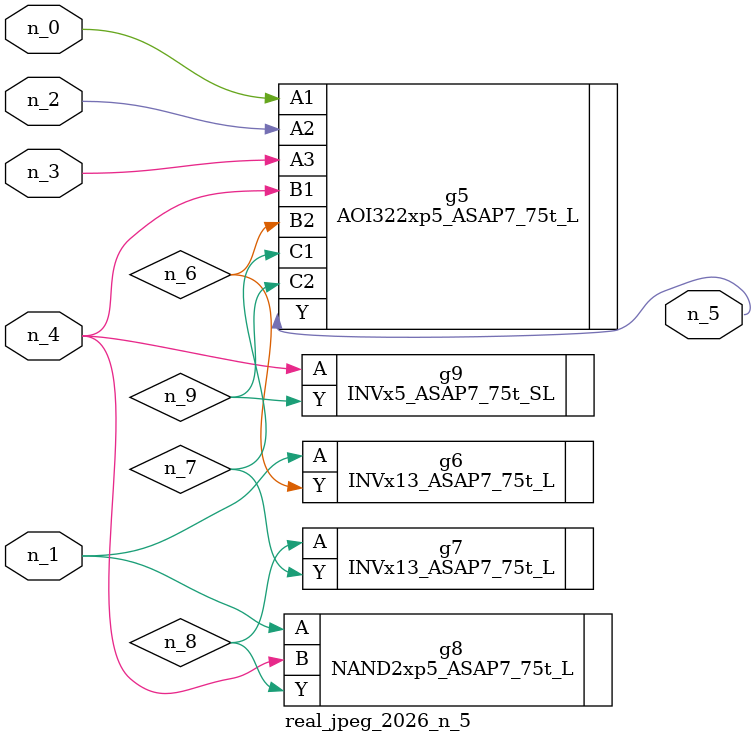
<source format=v>
module real_jpeg_2026_n_5 (n_4, n_0, n_1, n_2, n_3, n_5);

input n_4;
input n_0;
input n_1;
input n_2;
input n_3;

output n_5;

wire n_8;
wire n_6;
wire n_7;
wire n_9;

AOI322xp5_ASAP7_75t_L g5 ( 
.A1(n_0),
.A2(n_2),
.A3(n_3),
.B1(n_4),
.B2(n_6),
.C1(n_7),
.C2(n_9),
.Y(n_5)
);

INVx13_ASAP7_75t_L g6 ( 
.A(n_1),
.Y(n_6)
);

NAND2xp5_ASAP7_75t_L g8 ( 
.A(n_1),
.B(n_4),
.Y(n_8)
);

INVx5_ASAP7_75t_SL g9 ( 
.A(n_4),
.Y(n_9)
);

INVx13_ASAP7_75t_L g7 ( 
.A(n_8),
.Y(n_7)
);


endmodule
</source>
